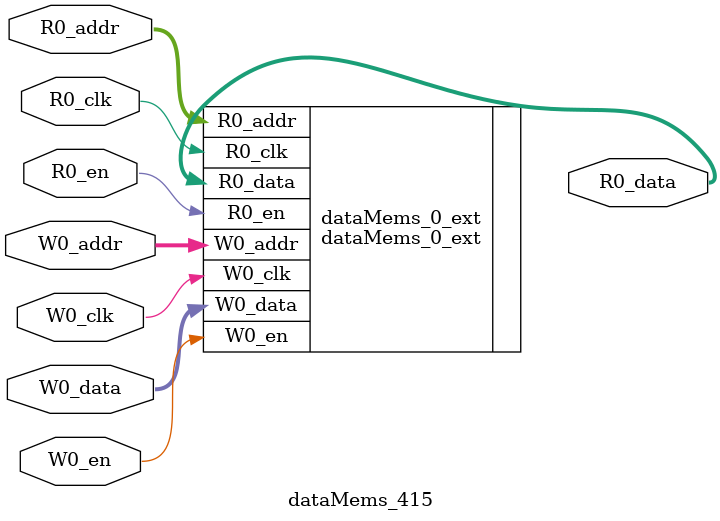
<source format=sv>
`ifndef RANDOMIZE
  `ifdef RANDOMIZE_REG_INIT
    `define RANDOMIZE
  `endif // RANDOMIZE_REG_INIT
`endif // not def RANDOMIZE
`ifndef RANDOMIZE
  `ifdef RANDOMIZE_MEM_INIT
    `define RANDOMIZE
  `endif // RANDOMIZE_MEM_INIT
`endif // not def RANDOMIZE

`ifndef RANDOM
  `define RANDOM $random
`endif // not def RANDOM

// Users can define 'PRINTF_COND' to add an extra gate to prints.
`ifndef PRINTF_COND_
  `ifdef PRINTF_COND
    `define PRINTF_COND_ (`PRINTF_COND)
  `else  // PRINTF_COND
    `define PRINTF_COND_ 1
  `endif // PRINTF_COND
`endif // not def PRINTF_COND_

// Users can define 'ASSERT_VERBOSE_COND' to add an extra gate to assert error printing.
`ifndef ASSERT_VERBOSE_COND_
  `ifdef ASSERT_VERBOSE_COND
    `define ASSERT_VERBOSE_COND_ (`ASSERT_VERBOSE_COND)
  `else  // ASSERT_VERBOSE_COND
    `define ASSERT_VERBOSE_COND_ 1
  `endif // ASSERT_VERBOSE_COND
`endif // not def ASSERT_VERBOSE_COND_

// Users can define 'STOP_COND' to add an extra gate to stop conditions.
`ifndef STOP_COND_
  `ifdef STOP_COND
    `define STOP_COND_ (`STOP_COND)
  `else  // STOP_COND
    `define STOP_COND_ 1
  `endif // STOP_COND
`endif // not def STOP_COND_

// Users can define INIT_RANDOM as general code that gets injected into the
// initializer block for modules with registers.
`ifndef INIT_RANDOM
  `define INIT_RANDOM
`endif // not def INIT_RANDOM

// If using random initialization, you can also define RANDOMIZE_DELAY to
// customize the delay used, otherwise 0.002 is used.
`ifndef RANDOMIZE_DELAY
  `define RANDOMIZE_DELAY 0.002
`endif // not def RANDOMIZE_DELAY

// Define INIT_RANDOM_PROLOG_ for use in our modules below.
`ifndef INIT_RANDOM_PROLOG_
  `ifdef RANDOMIZE
    `ifdef VERILATOR
      `define INIT_RANDOM_PROLOG_ `INIT_RANDOM
    `else  // VERILATOR
      `define INIT_RANDOM_PROLOG_ `INIT_RANDOM #`RANDOMIZE_DELAY begin end
    `endif // VERILATOR
  `else  // RANDOMIZE
    `define INIT_RANDOM_PROLOG_
  `endif // RANDOMIZE
`endif // not def INIT_RANDOM_PROLOG_

// Include register initializers in init blocks unless synthesis is set
`ifndef SYNTHESIS
  `ifndef ENABLE_INITIAL_REG_
    `define ENABLE_INITIAL_REG_
  `endif // not def ENABLE_INITIAL_REG_
`endif // not def SYNTHESIS

// Include rmemory initializers in init blocks unless synthesis is set
`ifndef SYNTHESIS
  `ifndef ENABLE_INITIAL_MEM_
    `define ENABLE_INITIAL_MEM_
  `endif // not def ENABLE_INITIAL_MEM_
`endif // not def SYNTHESIS

module dataMems_415(	// @[generators/ara/src/main/scala/UnsafeAXI4ToTL.scala:365:62]
  input  [4:0]  R0_addr,
  input         R0_en,
  input         R0_clk,
  output [66:0] R0_data,
  input  [4:0]  W0_addr,
  input         W0_en,
  input         W0_clk,
  input  [66:0] W0_data
);

  dataMems_0_ext dataMems_0_ext (	// @[generators/ara/src/main/scala/UnsafeAXI4ToTL.scala:365:62]
    .R0_addr (R0_addr),
    .R0_en   (R0_en),
    .R0_clk  (R0_clk),
    .R0_data (R0_data),
    .W0_addr (W0_addr),
    .W0_en   (W0_en),
    .W0_clk  (W0_clk),
    .W0_data (W0_data)
  );
endmodule


</source>
